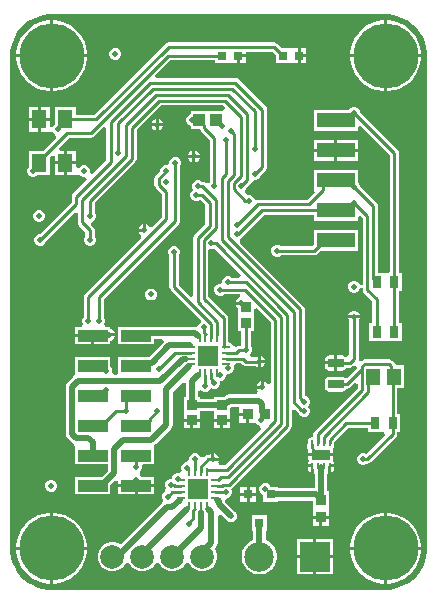
<source format=gbl>
G04*
G04 #@! TF.GenerationSoftware,Altium Limited,Altium Designer,24.9.1 (31)*
G04*
G04 Layer_Physical_Order=4*
G04 Layer_Color=16711680*
%FSLAX44Y44*%
%MOMM*%
G71*
G04*
G04 #@! TF.SameCoordinates,573C6FB0-CD79-483D-94B5-B6DABAD4C9EF*
G04*
G04*
G04 #@! TF.FilePolarity,Positive*
G04*
G01*
G75*
%ADD12C,0.5080*%
%ADD16C,0.2540*%
%ADD20R,3.1800X1.2700*%
%ADD21R,0.9121X0.9581*%
%ADD23R,0.9000X0.8500*%
%ADD27R,2.5000X1.0000*%
%ADD30R,0.9581X0.9121*%
%ADD32R,0.8000X0.8000*%
%ADD45C,0.5000*%
%ADD46R,2.5000X2.5000*%
%ADD47C,2.0000*%
%ADD48C,5.5000*%
%ADD49C,2.5000*%
%ADD58R,1.0000X1.0000*%
%ADD59O,0.7500X0.2500*%
%ADD60O,0.2500X0.7500*%
%ADD61R,1.8000X1.8000*%
%ADD62R,1.8000X1.8000*%
G04:AMPARAMS|DCode=63|XSize=1.3mm|YSize=0.76mm|CornerRadius=0.095mm|HoleSize=0mm|Usage=FLASHONLY|Rotation=0.000|XOffset=0mm|YOffset=0mm|HoleType=Round|Shape=RoundedRectangle|*
%AMROUNDEDRECTD63*
21,1,1.3000,0.5700,0,0,0.0*
21,1,1.1100,0.7600,0,0,0.0*
1,1,0.1900,0.5550,-0.2850*
1,1,0.1900,-0.5550,-0.2850*
1,1,0.1900,-0.5550,0.2850*
1,1,0.1900,0.5550,0.2850*
%
%ADD63ROUNDEDRECTD63*%
G04:AMPARAMS|DCode=64|XSize=0.9mm|YSize=1.6mm|CornerRadius=0.0495mm|HoleSize=0mm|Usage=FLASHONLY|Rotation=90.000|XOffset=0mm|YOffset=0mm|HoleType=Round|Shape=RoundedRectangle|*
%AMROUNDEDRECTD64*
21,1,0.9000,1.5010,0,0,90.0*
21,1,0.8010,1.6000,0,0,90.0*
1,1,0.0990,0.7505,0.4005*
1,1,0.0990,0.7505,-0.4005*
1,1,0.0990,-0.7505,-0.4005*
1,1,0.0990,-0.7505,0.4005*
%
%ADD64ROUNDEDRECTD64*%
G04:AMPARAMS|DCode=65|XSize=0.25mm|YSize=0.5mm|CornerRadius=0.05mm|HoleSize=0mm|Usage=FLASHONLY|Rotation=0.000|XOffset=0mm|YOffset=0mm|HoleType=Round|Shape=RoundedRectangle|*
%AMROUNDEDRECTD65*
21,1,0.2500,0.4000,0,0,0.0*
21,1,0.1500,0.5000,0,0,0.0*
1,1,0.1000,0.0750,-0.2000*
1,1,0.1000,-0.0750,-0.2000*
1,1,0.1000,-0.0750,0.2000*
1,1,0.1000,0.0750,0.2000*
%
%ADD65ROUNDEDRECTD65*%
%ADD66R,1.1557X1.3970*%
%ADD67R,0.7000X0.7000*%
%ADD68R,0.7500X1.0000*%
%ADD69R,1.2500X1.6000*%
%ADD70R,0.8000X1.0000*%
G36*
X495751Y608857D02*
X498010D01*
X502490Y608268D01*
X506854Y607098D01*
X511028Y605369D01*
X514941Y603110D01*
X518526Y600359D01*
X521720Y597164D01*
X524471Y593580D01*
X526730Y589667D01*
X528459Y585493D01*
X529628Y581129D01*
X530218Y576649D01*
Y574390D01*
X530300D01*
X530300Y156429D01*
X530300Y156429D01*
X530300D01*
X530274Y153900D01*
X529719Y149690D01*
X528550Y145326D01*
X526821Y141152D01*
X524562Y137239D01*
X521811Y133654D01*
X518616Y130459D01*
X515032Y127709D01*
X511119Y125450D01*
X506945Y123721D01*
X502580Y122551D01*
X498101Y121962D01*
X495842D01*
Y121920D01*
X210008D01*
X205529Y122510D01*
X201164Y123679D01*
X196990Y125408D01*
X193077Y127667D01*
X189493Y130418D01*
X186298Y133613D01*
X183547Y137197D01*
X181288Y141110D01*
X179559Y145284D01*
X178390Y149649D01*
X177800Y154128D01*
Y156387D01*
X177800Y574436D01*
X177830D01*
Y576695D01*
X178420Y581175D01*
X179589Y585539D01*
X181318Y589714D01*
X183578Y593626D01*
X186328Y597211D01*
X189523Y600406D01*
X193107Y603156D01*
X197020Y605415D01*
X201195Y607145D01*
X205559Y608314D01*
X209767Y608868D01*
X212298Y608890D01*
X212298Y608890D01*
X212298Y608890D01*
X495751Y608890D01*
Y608857D01*
D02*
G37*
%LPC*%
G36*
X423560Y580080D02*
Y575310D01*
X428330D01*
Y580080D01*
X423560D01*
D02*
G37*
G36*
X215068Y604065D02*
X213974D01*
Y575295D01*
X242744D01*
Y576390D01*
X242004Y581060D01*
X240543Y585557D01*
X238396Y589770D01*
X235617Y593595D01*
X232274Y596939D01*
X228448Y599718D01*
X224235Y601865D01*
X219738Y603326D01*
X215068Y604065D01*
D02*
G37*
G36*
X211434D02*
X210340D01*
X205670Y603326D01*
X201173Y601865D01*
X196960Y599718D01*
X193134Y596939D01*
X189791Y593595D01*
X187012Y589770D01*
X184865Y585557D01*
X183404Y581060D01*
X182664Y576390D01*
Y575295D01*
X211434D01*
Y604065D01*
D02*
G37*
G36*
X497826Y604029D02*
X496732D01*
Y575259D01*
X525502D01*
Y576353D01*
X524762Y581024D01*
X523301Y585521D01*
X521154Y589734D01*
X518375Y593559D01*
X515032Y596903D01*
X511206Y599682D01*
X506993Y601828D01*
X502496Y603289D01*
X497826Y604029D01*
D02*
G37*
G36*
X494192D02*
X493098D01*
X488428Y603289D01*
X483931Y601828D01*
X479717Y599682D01*
X475892Y596903D01*
X472549Y593559D01*
X469769Y589734D01*
X467623Y585521D01*
X466162Y581024D01*
X465422Y576353D01*
Y575259D01*
X494192D01*
Y604029D01*
D02*
G37*
G36*
X267703Y580350D02*
X265697D01*
X263845Y579583D01*
X262427Y578165D01*
X261660Y576312D01*
Y574308D01*
X262427Y572455D01*
X263845Y571037D01*
X265697Y570270D01*
X267703D01*
X269555Y571037D01*
X270973Y572455D01*
X271740Y574308D01*
Y576312D01*
X270973Y578165D01*
X269555Y579583D01*
X267703Y580350D01*
D02*
G37*
G36*
X428330Y572770D02*
X423560D01*
Y568000D01*
X428330D01*
Y572770D01*
D02*
G37*
G36*
X376880D02*
X372110D01*
Y568000D01*
X376880D01*
Y572770D01*
D02*
G37*
G36*
X400980Y585235D02*
X311712D01*
X310225Y584939D01*
X308965Y584097D01*
X248903Y524035D01*
X233150D01*
Y530690D01*
X215570D01*
Y516068D01*
X214167Y514665D01*
X213690Y513513D01*
X211150Y514018D01*
Y518880D01*
X203630D01*
Y509610D01*
X211150D01*
Y509610D01*
X213690Y510107D01*
X214167Y508955D01*
X215585Y507537D01*
X215816Y507442D01*
X216412Y504445D01*
X205656Y493690D01*
X193570D01*
Y480098D01*
X192577Y479105D01*
X191810Y477253D01*
Y475247D01*
X192577Y473395D01*
X193995Y471977D01*
X195847Y471210D01*
X197852D01*
X199705Y471977D01*
X200338Y472610D01*
X211150D01*
Y488196D01*
X213223Y490270D01*
X215570Y489298D01*
Y484420D01*
X223090D01*
Y493690D01*
X219962D01*
X218990Y496037D01*
X227409Y504455D01*
X245886D01*
X247372Y504751D01*
X248633Y505593D01*
X256659Y513619D01*
X259005Y512647D01*
Y485479D01*
X247144Y473618D01*
X244991Y475057D01*
X245070Y475247D01*
Y477253D01*
X244303Y479105D01*
X242885Y480523D01*
X241033Y481290D01*
X239028D01*
X237175Y480523D01*
X235757Y479105D01*
X235690Y478942D01*
X233150Y479448D01*
Y481880D01*
X225630D01*
Y472610D01*
X233150D01*
Y473052D01*
X235690Y473558D01*
X235757Y473395D01*
X237175Y471977D01*
X239028Y471210D01*
X241033D01*
X241223Y471289D01*
X242662Y469136D01*
X230933Y457407D01*
X230091Y456147D01*
X229795Y454660D01*
Y449919D01*
X202746Y422870D01*
X202197D01*
X200345Y422103D01*
X198927Y420685D01*
X198160Y418833D01*
Y416828D01*
X198927Y414975D01*
X200345Y413557D01*
X202197Y412790D01*
X204202D01*
X206055Y413557D01*
X207473Y414975D01*
X208240Y416828D01*
Y417376D01*
X232569Y441705D01*
X234915Y440733D01*
Y432785D01*
X235211Y431298D01*
X236053Y430038D01*
X241225Y424866D01*
Y421073D01*
X240837Y420685D01*
X240070Y418833D01*
Y416828D01*
X240837Y414975D01*
X242255Y413557D01*
X244107Y412790D01*
X246112D01*
X247965Y413557D01*
X249383Y414975D01*
X250150Y416828D01*
Y418833D01*
X249383Y420685D01*
X248995Y421073D01*
Y426475D01*
X248699Y427961D01*
X247857Y429221D01*
X246392Y430686D01*
X246364Y430929D01*
X247136Y433534D01*
X247965Y433877D01*
X249383Y435295D01*
X250150Y437147D01*
Y439152D01*
X249383Y441005D01*
X248995Y441393D01*
Y449643D01*
X283417Y484065D01*
X284259Y485326D01*
X284555Y486812D01*
Y511471D01*
X305139Y532055D01*
X357801D01*
X359355Y530501D01*
X359355Y529485D01*
X356842Y526970D01*
X330280D01*
Y524392D01*
X328615Y523703D01*
X327197Y522285D01*
X326430Y520433D01*
Y518428D01*
X327197Y516575D01*
X328615Y515157D01*
X330280Y514468D01*
Y511890D01*
X337918D01*
X337961Y511673D01*
X338803Y510413D01*
X346635Y502581D01*
Y466793D01*
X346247Y466405D01*
X343352Y466052D01*
X343124Y466280D01*
X341863Y467122D01*
X340377Y467418D01*
X339810D01*
X339405Y467823D01*
X337552Y468590D01*
X335547D01*
X333695Y467823D01*
X332277Y466405D01*
X331510Y464552D01*
Y462547D01*
X332425Y460203D01*
X331007Y458785D01*
X330240Y456932D01*
Y454927D01*
X331007Y453075D01*
X332425Y451657D01*
X334277Y450890D01*
X336283D01*
X338135Y451657D01*
X338523Y452045D01*
X338751D01*
X342825Y447971D01*
Y431737D01*
X333763Y422675D01*
X332921Y421414D01*
X332625Y419928D01*
Y370911D01*
X330279Y369939D01*
X320115Y380103D01*
Y404427D01*
X320503Y404815D01*
X321270Y406668D01*
Y408672D01*
X320503Y410525D01*
X319085Y411943D01*
X317232Y412710D01*
X315228D01*
X313375Y411943D01*
X311957Y410525D01*
X311190Y408672D01*
Y406668D01*
X311957Y404815D01*
X312345Y404427D01*
Y378494D01*
X312641Y377007D01*
X313483Y375747D01*
X339109Y350121D01*
X338775Y348443D01*
X337357Y347025D01*
X336964Y346075D01*
X336561Y345162D01*
X334050Y344262D01*
X334010Y344269D01*
X299370D01*
Y344531D01*
X269290D01*
Y329451D01*
X299370D01*
Y333910D01*
X306483D01*
X307535Y331371D01*
X295396Y319231D01*
X286790D01*
X286290Y319131D01*
X269290D01*
Y304051D01*
X266925Y303629D01*
X265748D01*
X264050Y306169D01*
X264120Y306338D01*
Y308342D01*
X263353Y310195D01*
X262370Y311178D01*
Y319131D01*
X232290D01*
Y304051D01*
X231124Y301994D01*
X226087Y296958D01*
X224965Y295278D01*
X224571Y293295D01*
Y253687D01*
X224965Y251705D01*
X226087Y250025D01*
X229581Y246531D01*
X231261Y245408D01*
X231854Y245291D01*
X232290Y242931D01*
X232290D01*
Y227851D01*
X260250D01*
Y222737D01*
X255045Y217531D01*
X232290D01*
Y202451D01*
X262370D01*
Y210206D01*
X266750Y214586D01*
X269290Y213534D01*
Y211261D01*
X284330D01*
X299370D01*
Y217531D01*
X288706D01*
X287335Y218903D01*
X287172Y218970D01*
Y221720D01*
X287335Y221787D01*
X288753Y223205D01*
X289520Y225058D01*
Y227062D01*
X290047Y227851D01*
X299370D01*
Y242931D01*
X300454Y245022D01*
X300805Y245257D01*
X313542Y257995D01*
X314665Y259675D01*
X315060Y261657D01*
Y289335D01*
X323750Y298025D01*
X326291Y296973D01*
Y285070D01*
X324430D01*
Y271490D01*
Y266550D01*
X338510D01*
Y273100D01*
X349830D01*
Y266550D01*
X363910D01*
Y271490D01*
Y275741D01*
X364788Y276327D01*
X365221Y276761D01*
X371479D01*
Y271780D01*
X378810D01*
Y270510D01*
X380080D01*
Y263409D01*
X385272D01*
X385617Y262575D01*
X387035Y261157D01*
X388887Y260390D01*
X389936Y257850D01*
X359490Y227405D01*
X354964D01*
X354295Y228403D01*
X353684Y229945D01*
X354179Y231140D01*
X349250D01*
Y232410D01*
X347980D01*
Y237339D01*
X346395Y236683D01*
X346007Y236295D01*
X345440D01*
X343953Y235999D01*
X342693Y235157D01*
X341397Y233860D01*
X338554Y234610D01*
X338283Y235265D01*
X336865Y236683D01*
X335013Y237450D01*
X333008D01*
X331155Y236683D01*
X329737Y235265D01*
X328970Y233412D01*
Y232177D01*
X328858Y231323D01*
X326874Y229830D01*
X326657D01*
X324805Y229063D01*
X323387Y227645D01*
X322620Y225793D01*
Y223787D01*
X322996Y222880D01*
X321079Y220925D01*
X321043Y220940D01*
X319037D01*
X317185Y220173D01*
X315767Y218755D01*
X315000Y216903D01*
Y216066D01*
X314692Y215860D01*
X312687D01*
X310835Y215093D01*
X309417Y213675D01*
X308650Y211822D01*
Y209818D01*
X309417Y207965D01*
X308693Y205097D01*
X308295Y204933D01*
X306877Y203515D01*
X306110Y201663D01*
Y199657D01*
X306877Y197805D01*
X306620Y196733D01*
X305983Y195107D01*
X271169Y160294D01*
X269000Y161545D01*
X265811Y162400D01*
X262509D01*
X259320Y161545D01*
X256460Y159895D01*
X254125Y157560D01*
X252475Y154700D01*
X251620Y151511D01*
Y148209D01*
X252475Y145020D01*
X254125Y142160D01*
X256460Y139825D01*
X259320Y138175D01*
X262509Y137320D01*
X265811D01*
X269000Y138175D01*
X271860Y139825D01*
X274195Y142160D01*
X275447Y144329D01*
X276200Y144543D01*
X277520D01*
X278273Y144329D01*
X279526Y142160D01*
X281860Y139825D01*
X284720Y138175D01*
X287909Y137320D01*
X291211D01*
X294400Y138175D01*
X297260Y139825D01*
X299594Y142160D01*
X300847Y144329D01*
X301600Y144543D01*
X302920D01*
X303673Y144329D01*
X304925Y142160D01*
X307260Y139825D01*
X310120Y138175D01*
X313309Y137320D01*
X316611D01*
X319800Y138175D01*
X322660Y139825D01*
X324995Y142160D01*
X326247Y144329D01*
X327000Y144543D01*
X328320D01*
X329073Y144329D01*
X330326Y142160D01*
X332660Y139825D01*
X335520Y138175D01*
X338709Y137320D01*
X342011D01*
X345200Y138175D01*
X348060Y139825D01*
X350395Y142160D01*
X352045Y145020D01*
X352900Y148209D01*
Y151511D01*
X352045Y154700D01*
X350651Y157116D01*
X351642Y158108D01*
X352765Y159788D01*
X353159Y161770D01*
Y184563D01*
X355700Y185616D01*
X360827Y180487D01*
X361422Y180090D01*
X361635Y179877D01*
X361913Y179762D01*
X362508Y179365D01*
X363209Y179225D01*
X363488Y179110D01*
X363789D01*
X364490Y178971D01*
X365191Y179110D01*
X365493D01*
X365771Y179225D01*
X366472Y179365D01*
X367067Y179762D01*
X367345Y179877D01*
X367558Y180090D01*
X368153Y180487D01*
X368550Y181082D01*
X368763Y181295D01*
X368878Y181573D01*
X369275Y182168D01*
X369415Y182869D01*
X369530Y183148D01*
Y183449D01*
X369669Y184150D01*
X369530Y184851D01*
Y185152D01*
X369415Y185431D01*
X369275Y186132D01*
X368878Y186727D01*
X368763Y187005D01*
X368550Y187218D01*
X368153Y187812D01*
X359510Y196455D01*
Y196850D01*
X359510Y196850D01*
X359486Y196969D01*
X361538Y199430D01*
X361683D01*
X363535Y200197D01*
X364953Y201615D01*
X365720Y203468D01*
Y205473D01*
X364953Y207325D01*
X364991Y207710D01*
X365475Y208033D01*
X414857Y257416D01*
X415700Y258676D01*
X415995Y260163D01*
Y273659D01*
X418342Y274631D01*
X421359Y271613D01*
X422051Y271151D01*
X422447Y270195D01*
X423865Y268777D01*
X425718Y268010D01*
X427723D01*
X429575Y268777D01*
X430993Y270195D01*
X431760Y272048D01*
Y274053D01*
X430993Y275905D01*
X430038Y276860D01*
X430993Y277815D01*
X431760Y279667D01*
Y281672D01*
X430993Y283525D01*
X429575Y284943D01*
X427723Y285710D01*
X427174D01*
X426795Y286089D01*
Y359410D01*
X426499Y360897D01*
X425657Y362157D01*
X372072Y415742D01*
X372425Y418637D01*
X373843Y420055D01*
X374527Y421708D01*
X392165Y439345D01*
X434970D01*
Y434340D01*
X471850D01*
Y437548D01*
X474197Y438520D01*
X476105Y436611D01*
Y379715D01*
X473670Y379463D01*
X473507Y379857D01*
X472903Y381315D01*
X471485Y382733D01*
X469632Y383500D01*
X467627D01*
X465775Y382733D01*
X464357Y381315D01*
X463590Y379463D01*
Y377458D01*
X464357Y375605D01*
X465775Y374187D01*
X467627Y373420D01*
X469632D01*
X471485Y374187D01*
X472903Y375605D01*
X473507Y377063D01*
X473670Y377457D01*
X476105Y377205D01*
Y375692D01*
X476401Y374205D01*
X477243Y372945D01*
X483915Y366273D01*
Y347900D01*
X481260D01*
Y332820D01*
X493720D01*
X494340Y332820D01*
X496260D01*
X496880Y332820D01*
X509340D01*
Y347900D01*
X506685D01*
Y374730D01*
X509340D01*
Y389810D01*
X506685D01*
Y491610D01*
X506389Y493097D01*
X505547Y494357D01*
X473670Y526234D01*
Y526782D01*
X472903Y528635D01*
X471485Y530053D01*
X469632Y530820D01*
X467627D01*
X465775Y530053D01*
X464357Y528635D01*
X464227Y528320D01*
X434970D01*
Y510540D01*
X471850D01*
Y513748D01*
X474197Y514720D01*
X498915Y490001D01*
Y391028D01*
X496375Y389810D01*
X494340D01*
X493720Y389810D01*
X489025D01*
Y446430D01*
X488729Y447917D01*
X487887Y449177D01*
X474000Y463064D01*
Y463613D01*
X473233Y465465D01*
X471850Y466848D01*
Y477520D01*
X434970D01*
Y459740D01*
X434970D01*
X435503Y458454D01*
X429243Y452195D01*
X387350D01*
X387182Y452161D01*
X385778Y451982D01*
X384003Y453705D01*
X382585Y455123D01*
X380732Y455890D01*
X378730D01*
X378724Y455893D01*
X376641Y457585D01*
X376746Y459789D01*
X377653Y460695D01*
X378420Y462547D01*
Y463096D01*
X381207Y465883D01*
X382049Y467143D01*
X383807Y468670D01*
X385812D01*
X387665Y469437D01*
X389083Y470855D01*
X389850Y472707D01*
Y473256D01*
X393867Y477273D01*
X394709Y478533D01*
X395005Y480020D01*
Y528360D01*
X394709Y529847D01*
X393867Y531107D01*
X371047Y553927D01*
X369787Y554769D01*
X368300Y555065D01*
X301423D01*
X300451Y557411D01*
X313195Y570155D01*
X350800D01*
Y568000D01*
X362880D01*
Y568000D01*
X364800D01*
Y568000D01*
X369570D01*
Y574040D01*
X370840D01*
Y575310D01*
X376880D01*
Y577465D01*
X399371D01*
X402250Y574586D01*
Y568000D01*
X413710D01*
X414330Y568000D01*
X416250D01*
X416870Y568000D01*
X421020D01*
Y574040D01*
Y580080D01*
X416870D01*
X416250Y580080D01*
X414330D01*
X413710Y580080D01*
X407744D01*
X403727Y584097D01*
X402467Y584939D01*
X400980Y585235D01*
D02*
G37*
G36*
X242744Y572755D02*
X213974D01*
Y543985D01*
X215068D01*
X219738Y544725D01*
X224235Y546186D01*
X228448Y548333D01*
X232274Y551112D01*
X235617Y554456D01*
X238396Y558281D01*
X240543Y562494D01*
X242004Y566991D01*
X242744Y571661D01*
Y572755D01*
D02*
G37*
G36*
X211434D02*
X182664D01*
Y571661D01*
X183404Y566991D01*
X184865Y562494D01*
X187012Y558281D01*
X189791Y554456D01*
X193134Y551112D01*
X196960Y548333D01*
X201173Y546186D01*
X205670Y544725D01*
X210340Y543985D01*
X211434D01*
Y572755D01*
D02*
G37*
G36*
X525502Y572719D02*
X496732D01*
Y543949D01*
X497826D01*
X502496Y544689D01*
X506993Y546150D01*
X511206Y548297D01*
X515032Y551076D01*
X518375Y554420D01*
X521154Y558245D01*
X523301Y562458D01*
X524762Y566955D01*
X525502Y571625D01*
Y572719D01*
D02*
G37*
G36*
X494192D02*
X465422D01*
Y571625D01*
X466162Y566955D01*
X467623Y562458D01*
X469769Y558245D01*
X472549Y554420D01*
X475892Y551076D01*
X479717Y548297D01*
X483931Y546150D01*
X488428Y544689D01*
X493098Y543949D01*
X494192D01*
Y572719D01*
D02*
G37*
G36*
X211150Y530690D02*
X203630D01*
Y521420D01*
X211150D01*
Y530690D01*
D02*
G37*
G36*
X201090D02*
X193570D01*
Y521420D01*
X201090D01*
Y530690D01*
D02*
G37*
G36*
X303530Y520549D02*
Y516890D01*
X307189D01*
X306533Y518475D01*
X305115Y519893D01*
X303530Y520549D01*
D02*
G37*
G36*
X300990D02*
X299405Y519893D01*
X297987Y518475D01*
X297331Y516890D01*
X300990D01*
Y520549D01*
D02*
G37*
G36*
X307189Y514350D02*
X303530D01*
Y510691D01*
X305115Y511347D01*
X306533Y512765D01*
X307189Y514350D01*
D02*
G37*
G36*
X300990D02*
X297331D01*
X297987Y512765D01*
X299405Y511347D01*
X300990Y510691D01*
Y514350D01*
D02*
G37*
G36*
X201090Y518880D02*
X193570D01*
Y509610D01*
X201090D01*
Y518880D01*
D02*
G37*
G36*
X471850Y502920D02*
X454680D01*
Y495300D01*
X471850D01*
Y502920D01*
D02*
G37*
G36*
X452140D02*
X434970D01*
Y495300D01*
X452140D01*
Y502920D01*
D02*
G37*
G36*
X334334Y493591D02*
Y489932D01*
X337993D01*
X337337Y491517D01*
X335919Y492935D01*
X334334Y493591D01*
D02*
G37*
G36*
X331794D02*
X330209Y492935D01*
X328791Y491517D01*
X328135Y489932D01*
X331794D01*
Y493591D01*
D02*
G37*
G36*
X471850Y492760D02*
X454680D01*
Y485140D01*
X471850D01*
Y492760D01*
D02*
G37*
G36*
X452140D02*
X434970D01*
Y485140D01*
X452140D01*
Y492760D01*
D02*
G37*
G36*
X233150Y493690D02*
X225630D01*
Y484420D01*
X233150D01*
Y493690D01*
D02*
G37*
G36*
X337993Y487392D02*
X334334D01*
Y483733D01*
X335919Y484389D01*
X337337Y485807D01*
X337993Y487392D01*
D02*
G37*
G36*
X331794D02*
X328135D01*
X328791Y485807D01*
X330209Y484389D01*
X331794Y483733D01*
Y487392D01*
D02*
G37*
G36*
X223090Y481880D02*
X215570D01*
Y472610D01*
X223090D01*
Y481880D01*
D02*
G37*
G36*
X202932Y443190D02*
X200928D01*
X199075Y442423D01*
X197657Y441005D01*
X196890Y439152D01*
Y437147D01*
X197657Y435295D01*
X199075Y433877D01*
X200928Y433110D01*
X202932D01*
X204785Y433877D01*
X206203Y435295D01*
X206970Y437147D01*
Y439152D01*
X206203Y441005D01*
X204785Y442423D01*
X202932Y443190D01*
D02*
G37*
G36*
X318503Y488100D02*
X316497D01*
X314645Y487332D01*
X313227Y485914D01*
X312460Y484062D01*
Y483386D01*
X311133Y481623D01*
X310113Y481290D01*
X308878D01*
X307025Y480523D01*
X305607Y479105D01*
X304840Y477253D01*
Y476737D01*
X300823Y472720D01*
X299981Y471460D01*
X299685Y469974D01*
Y464746D01*
X299981Y463260D01*
X300823Y462000D01*
X305995Y456827D01*
Y437219D01*
X297479Y428703D01*
X295452Y429106D01*
X294034Y430524D01*
X292449Y431181D01*
Y426251D01*
X291179D01*
Y424981D01*
X286250D01*
X286906Y423396D01*
X288324Y421979D01*
X288727Y419951D01*
X241093Y372317D01*
X240251Y371057D01*
X239955Y369570D01*
Y352493D01*
X239567Y352105D01*
X238800Y350252D01*
Y348247D01*
X239287Y347071D01*
X238385Y345120D01*
X237839Y344531D01*
X232290D01*
Y338261D01*
X247330D01*
Y336991D01*
X248600D01*
Y329451D01*
X262370D01*
Y332780D01*
X262623D01*
X264475Y333547D01*
X265893Y334965D01*
X266549Y336550D01*
X261620D01*
Y339090D01*
X266549D01*
X265893Y340675D01*
X264475Y342093D01*
X262623Y342860D01*
X262370D01*
Y344531D01*
X258731D01*
X258180Y345137D01*
X257293Y347071D01*
X257787Y348264D01*
Y350269D01*
X257020Y352122D01*
X256632Y352510D01*
Y367978D01*
X320247Y431593D01*
X321089Y432853D01*
X321385Y434340D01*
Y479817D01*
X321773Y480205D01*
X322540Y482057D01*
Y484062D01*
X321773Y485914D01*
X320355Y487332D01*
X318503Y488100D01*
D02*
G37*
G36*
X289909Y431181D02*
X288324Y430524D01*
X286906Y429106D01*
X286250Y427522D01*
X289909D01*
Y431181D01*
D02*
G37*
G36*
X471850Y426720D02*
X434970D01*
Y414434D01*
X433361Y412825D01*
X407103D01*
X406715Y413213D01*
X404863Y413980D01*
X402858D01*
X401005Y413213D01*
X399587Y411795D01*
X398820Y409943D01*
Y407938D01*
X399587Y406085D01*
X401005Y404667D01*
X402858Y403900D01*
X404863D01*
X406715Y404667D01*
X407103Y405055D01*
X434970D01*
X436457Y405351D01*
X437717Y406193D01*
X440464Y408940D01*
X471850D01*
Y426720D01*
D02*
G37*
G36*
X297772Y376861D02*
X295767D01*
X293914Y376093D01*
X292496Y374676D01*
X291729Y372823D01*
Y370818D01*
X292496Y368966D01*
X293914Y367548D01*
X295767Y366781D01*
X297772D01*
X299624Y367548D01*
X301042Y368966D01*
X301809Y370818D01*
Y372823D01*
X301042Y374676D01*
X299624Y376093D01*
X297772Y376861D01*
D02*
G37*
G36*
X468630Y358215D02*
X468054Y358100D01*
X467627D01*
X467234Y357937D01*
X467143Y357919D01*
X467067Y357868D01*
X465775Y357333D01*
X464357Y355915D01*
X463701Y354330D01*
X473559D01*
X472903Y355915D01*
X471485Y357333D01*
X470193Y357868D01*
X470117Y357919D01*
X470026Y357937D01*
X469632Y358100D01*
X469206D01*
X468630Y358215D01*
D02*
G37*
G36*
X246060Y335721D02*
X232290D01*
Y329451D01*
X246060D01*
Y335721D01*
D02*
G37*
G36*
X473559Y351790D02*
X463701D01*
X464357Y350205D01*
X464745Y349817D01*
Y321335D01*
X462214Y319087D01*
X461456Y319176D01*
X460302Y319947D01*
X458940Y320218D01*
X454660D01*
Y313810D01*
Y307402D01*
X458940D01*
X460302Y307673D01*
X461456Y308444D01*
X462228Y309598D01*
X462293Y309925D01*
X464940D01*
X466427Y310221D01*
X467687Y311063D01*
X468335Y311711D01*
X470927Y310711D01*
X470987Y309475D01*
X462668Y301157D01*
X461456Y301276D01*
X460302Y302048D01*
X458940Y302318D01*
X447840D01*
X446478Y302048D01*
X445324Y301276D01*
X444552Y300122D01*
X444282Y298760D01*
Y293060D01*
X444552Y291698D01*
X445324Y290544D01*
X446478Y289772D01*
X447840Y289502D01*
X458940D01*
X460302Y289772D01*
X461456Y290544D01*
X462228Y291698D01*
X462293Y292025D01*
X462915D01*
X464402Y292321D01*
X465662Y293163D01*
X469384Y296885D01*
X471730Y295913D01*
Y292638D01*
X435383Y256291D01*
X434541Y255031D01*
X434245Y253544D01*
Y251070D01*
X433940Y250820D01*
X432440D01*
X431254Y250584D01*
X430248Y249912D01*
X429576Y248906D01*
X429340Y247720D01*
Y245890D01*
X429185Y245110D01*
Y241995D01*
X429481Y240508D01*
X430075Y239619D01*
Y239450D01*
X430091Y239373D01*
Y237490D01*
X440690D01*
X451289D01*
Y240225D01*
X451054Y241409D01*
X451023Y241456D01*
X451132Y241528D01*
X451804Y242534D01*
X452039Y243720D01*
Y245543D01*
X452075Y245720D01*
Y247191D01*
X463889Y259005D01*
X480240D01*
Y255350D01*
X492820D01*
Y255350D01*
X493914D01*
X494966Y252810D01*
X478917Y236761D01*
X477253Y237450D01*
X475247D01*
X473395Y236683D01*
X471977Y235265D01*
X471210Y233412D01*
Y231408D01*
X471977Y229555D01*
X473395Y228137D01*
X475247Y227370D01*
X477253D01*
X479105Y228137D01*
X479510Y228542D01*
X480077D01*
X481563Y228838D01*
X482824Y229680D01*
X504277Y251133D01*
X505119Y252393D01*
X505415Y253880D01*
Y255350D01*
X507820D01*
Y270430D01*
X505415D01*
Y292735D01*
X511175D01*
Y311785D01*
X504073D01*
X503969Y312310D01*
X503127Y313570D01*
X500895Y315802D01*
X499635Y316644D01*
X498148Y316940D01*
X477847D01*
X476360Y316644D01*
X475100Y315802D01*
X474497Y315199D01*
X472343Y316637D01*
X472515Y317500D01*
Y349817D01*
X472903Y350205D01*
X473559Y351790D01*
D02*
G37*
G36*
X452120Y320218D02*
X447840D01*
X446478Y319947D01*
X445324Y319176D01*
X444552Y318022D01*
X444282Y316660D01*
Y315080D01*
X452120D01*
Y320218D01*
D02*
G37*
G36*
Y312540D02*
X444282D01*
Y310960D01*
X444552Y309598D01*
X445324Y308444D01*
X446478Y307673D01*
X447840Y307402D01*
X452120D01*
Y312540D01*
D02*
G37*
G36*
X377540Y269240D02*
X371479D01*
Y263409D01*
X377540D01*
Y269240D01*
D02*
G37*
G36*
X363910Y264010D02*
X358140D01*
Y258490D01*
X363910D01*
Y264010D01*
D02*
G37*
G36*
X355600D02*
X349830D01*
Y258490D01*
X355600D01*
Y264010D01*
D02*
G37*
G36*
X338510D02*
X332740D01*
Y258490D01*
X338510D01*
Y264010D01*
D02*
G37*
G36*
X330200D02*
X324430D01*
Y258490D01*
X330200D01*
Y264010D01*
D02*
G37*
G36*
X350520Y237339D02*
Y233680D01*
X354179D01*
X353523Y235265D01*
X352105Y236683D01*
X350520Y237339D01*
D02*
G37*
G36*
X452039Y225450D02*
X449460D01*
Y221724D01*
X450126Y221856D01*
X451132Y222528D01*
X451804Y223534D01*
X452039Y224720D01*
Y225450D01*
D02*
G37*
G36*
X431920D02*
X429340D01*
Y224720D01*
X429576Y223534D01*
X430248Y222528D01*
X431254Y221856D01*
X431920Y221724D01*
Y225450D01*
D02*
G37*
G36*
X451289Y234950D02*
X440690D01*
X430091D01*
Y232215D01*
X430326Y231031D01*
X430357Y230984D01*
X430248Y230912D01*
X429576Y229906D01*
X429340Y228720D01*
Y227990D01*
X433190D01*
Y226720D01*
X434340D01*
Y224720D01*
X434460Y224116D01*
Y220866D01*
X435510Y219343D01*
Y207680D01*
X404660D01*
Y209040D01*
X398314D01*
X397973Y209865D01*
X396555Y211283D01*
X394702Y212050D01*
X392697D01*
X390845Y211283D01*
X389427Y209865D01*
X388660Y208013D01*
Y206007D01*
X389427Y204155D01*
X390845Y202737D01*
X391580Y202433D01*
Y195960D01*
X404660D01*
Y197320D01*
X433589D01*
Y190439D01*
Y184500D01*
X440690D01*
X447791D01*
Y190439D01*
Y205101D01*
X445869D01*
Y219343D01*
X446920Y220866D01*
Y224116D01*
X447040Y224720D01*
Y226720D01*
X448190D01*
Y227990D01*
X452039D01*
Y228720D01*
X451804Y229906D01*
X451132Y230912D01*
X451023Y230984D01*
X451054Y231031D01*
X451289Y232215D01*
Y234950D01*
D02*
G37*
G36*
X213313Y214811D02*
X211308D01*
X209456Y214043D01*
X208038Y212626D01*
X207271Y210773D01*
Y208768D01*
X208038Y206916D01*
X209456Y205498D01*
X211308Y204731D01*
X213313D01*
X215166Y205498D01*
X216583Y206916D01*
X217351Y208768D01*
Y210773D01*
X216583Y212626D01*
X215166Y214043D01*
X213313Y214811D01*
D02*
G37*
G36*
X385660Y209040D02*
X380390D01*
Y203770D01*
X385660D01*
Y209040D01*
D02*
G37*
G36*
X377850D02*
X372580D01*
Y203770D01*
X377850D01*
Y209040D01*
D02*
G37*
G36*
X299370Y208721D02*
X285600D01*
Y202451D01*
X299370D01*
Y208721D01*
D02*
G37*
G36*
X283060D02*
X269290D01*
Y202451D01*
X283060D01*
Y208721D01*
D02*
G37*
G36*
X385660Y201230D02*
X380390D01*
Y195960D01*
X385660D01*
Y201230D01*
D02*
G37*
G36*
X377850D02*
X372580D01*
Y195960D01*
X377850D01*
Y201230D01*
D02*
G37*
G36*
X447791Y181960D02*
X441960D01*
Y175899D01*
X447791D01*
Y181960D01*
D02*
G37*
G36*
X439420D02*
X433589D01*
Y175899D01*
X439420D01*
Y181960D01*
D02*
G37*
G36*
X215040Y186886D02*
X213946D01*
Y158116D01*
X242716D01*
Y159210D01*
X241976Y163880D01*
X240515Y168377D01*
X238369Y172590D01*
X235589Y176415D01*
X232246Y179759D01*
X228421Y182538D01*
X224207Y184685D01*
X219711Y186146D01*
X215040Y186886D01*
D02*
G37*
G36*
X211406D02*
X210312D01*
X205642Y186146D01*
X201145Y184685D01*
X196932Y182538D01*
X193106Y179759D01*
X189763Y176415D01*
X186984Y172590D01*
X184837Y168377D01*
X183376Y163880D01*
X182636Y159210D01*
Y158116D01*
X211406D01*
Y186886D01*
D02*
G37*
G36*
X497781Y186867D02*
X496687D01*
Y158097D01*
X525457D01*
Y159191D01*
X524717Y163861D01*
X523256Y168358D01*
X521109Y172571D01*
X518330Y176397D01*
X514986Y179740D01*
X511161Y182519D01*
X506948Y184666D01*
X502451Y186127D01*
X497781Y186867D01*
D02*
G37*
G36*
X494147D02*
X493052D01*
X488382Y186127D01*
X483885Y184666D01*
X479672Y182519D01*
X475847Y179740D01*
X472503Y176397D01*
X469724Y172571D01*
X467578Y168358D01*
X466116Y163861D01*
X465377Y159191D01*
Y158097D01*
X494147D01*
Y186867D01*
D02*
G37*
G36*
X450650Y164900D02*
X436880D01*
Y151130D01*
X450650D01*
Y164900D01*
D02*
G37*
G36*
X434340D02*
X420570D01*
Y151130D01*
X434340D01*
Y164900D01*
D02*
G37*
G36*
X450650Y148590D02*
X436880D01*
Y134820D01*
X450650D01*
Y148590D01*
D02*
G37*
G36*
X434340D02*
X420570D01*
Y134820D01*
X434340D01*
Y148590D01*
D02*
G37*
G36*
X395160Y185040D02*
X382080D01*
Y171960D01*
X383441D01*
Y163994D01*
X381496Y163188D01*
X379033Y161542D01*
X376938Y159447D01*
X375292Y156984D01*
X374158Y154247D01*
X373580Y151341D01*
Y148379D01*
X374158Y145473D01*
X375292Y142736D01*
X376938Y140273D01*
X379033Y138178D01*
X381496Y136532D01*
X384233Y135398D01*
X387139Y134820D01*
X390101D01*
X393007Y135398D01*
X395744Y136532D01*
X398207Y138178D01*
X400302Y140273D01*
X401948Y142736D01*
X403082Y145473D01*
X403660Y148379D01*
Y151341D01*
X403082Y154247D01*
X401948Y156984D01*
X400302Y159447D01*
X398207Y161542D01*
X395744Y163188D01*
X393800Y163994D01*
Y171960D01*
X395160D01*
Y185040D01*
D02*
G37*
G36*
X242716Y155576D02*
X213946D01*
Y126806D01*
X215040D01*
X219711Y127545D01*
X224207Y129007D01*
X228421Y131153D01*
X232246Y133933D01*
X235589Y137276D01*
X238369Y141101D01*
X240515Y145314D01*
X241976Y149811D01*
X242716Y154481D01*
Y155576D01*
D02*
G37*
G36*
X211406D02*
X182636D01*
Y154481D01*
X183376Y149811D01*
X184837Y145314D01*
X186984Y141101D01*
X189763Y137276D01*
X193106Y133933D01*
X196932Y131153D01*
X201145Y129007D01*
X205642Y127545D01*
X210312Y126806D01*
X211406D01*
Y155576D01*
D02*
G37*
G36*
X525457Y155557D02*
X496687D01*
Y126787D01*
X497781D01*
X502451Y127527D01*
X506948Y128988D01*
X511161Y131134D01*
X514986Y133914D01*
X518330Y137257D01*
X521109Y141082D01*
X523256Y145295D01*
X524717Y149792D01*
X525457Y154463D01*
Y155557D01*
D02*
G37*
G36*
X494147D02*
X465377D01*
Y154463D01*
X466116Y149792D01*
X467578Y145295D01*
X469724Y141082D01*
X472503Y137257D01*
X475847Y133914D01*
X479672Y131134D01*
X483885Y128988D01*
X488382Y127527D01*
X493052Y126787D01*
X494147D01*
Y155557D01*
D02*
G37*
%LPD*%
G36*
X372682Y388501D02*
X371710Y386155D01*
X365193D01*
X364805Y386543D01*
X362952Y387310D01*
X360947D01*
X359095Y386543D01*
X357677Y385125D01*
X356910Y383273D01*
X356639Y381231D01*
X354598Y380960D01*
X352745Y380193D01*
X351327Y378775D01*
X350560Y376922D01*
Y374917D01*
X351327Y373065D01*
X352745Y371647D01*
X354598Y370880D01*
X356603D01*
X358455Y371647D01*
X358843Y372035D01*
X372294D01*
X372378Y369530D01*
X370525Y368763D01*
X369107Y367345D01*
X368451Y365760D01*
X373380D01*
Y363220D01*
X368451D01*
X369107Y361635D01*
X370150Y360592D01*
Y354190D01*
Y341190D01*
X373305D01*
Y328534D01*
X370974D01*
X369487Y328238D01*
X368736Y327736D01*
X366929Y328241D01*
X366051Y328813D01*
X366010Y329019D01*
X365172Y330272D01*
X363919Y331110D01*
X362440Y331404D01*
X362135D01*
Y351680D01*
X361839Y353167D01*
X360997Y354427D01*
X345475Y369949D01*
Y409246D01*
X346978Y410250D01*
X348983D01*
X350362Y410821D01*
X372682Y388501D01*
D02*
G37*
G36*
X398066Y348749D02*
Y296505D01*
X395526Y296000D01*
X395433Y296225D01*
X394015Y297643D01*
X392430Y298299D01*
Y293370D01*
X391160D01*
Y292100D01*
X386231D01*
X386887Y290515D01*
X387743Y289660D01*
X386948Y287120D01*
X363076D01*
X361094Y286725D01*
X359413Y285602D01*
X358980Y285170D01*
X358580D01*
X358080Y285070D01*
X349830D01*
Y283459D01*
X338510D01*
Y285070D01*
X336650D01*
Y290428D01*
X339189Y291223D01*
X340045Y290367D01*
X341898Y289600D01*
X343903D01*
X345755Y290367D01*
X347173Y291785D01*
X347635Y292901D01*
X347665Y292907D01*
X349518Y292140D01*
X351522D01*
X353375Y292907D01*
X354793Y294325D01*
X355560Y296178D01*
Y298183D01*
X355765Y298490D01*
X356603D01*
X358455Y299257D01*
X359873Y300675D01*
X360640Y302528D01*
X360911Y304569D01*
X362952Y304840D01*
X364805Y305607D01*
X366223Y307025D01*
X366990Y308878D01*
Y310882D01*
X366910Y311075D01*
X368546Y313615D01*
X373343D01*
X374745Y312213D01*
X376006Y311371D01*
X377492Y311075D01*
X385377D01*
X385765Y310687D01*
X387350Y310031D01*
Y314960D01*
Y319889D01*
X385765Y319233D01*
X385377Y318845D01*
X381361D01*
X381326Y318897D01*
X380582Y321385D01*
X381463Y322265D01*
X382230Y324118D01*
Y326123D01*
X381463Y327975D01*
X381075Y328363D01*
Y341190D01*
X384230D01*
Y354190D01*
Y359266D01*
X386577Y360238D01*
X398066Y348749D01*
D02*
G37*
%LPC*%
G36*
X389890Y319889D02*
Y316230D01*
X393549D01*
X392893Y317815D01*
X391475Y319233D01*
X389890Y319889D01*
D02*
G37*
G36*
X393549Y313690D02*
X389890D01*
Y310031D01*
X391475Y310687D01*
X392893Y312105D01*
X393549Y313690D01*
D02*
G37*
G36*
X389890Y298299D02*
X388305Y297643D01*
X386887Y296225D01*
X386231Y294640D01*
X389890D01*
Y298299D01*
D02*
G37*
%LPD*%
D12*
X304800Y298450D02*
X323850Y317500D01*
X326390D01*
X234905Y298450D02*
X304800D01*
X243836Y250194D02*
X247330Y246700D01*
X229750Y253687D02*
X233244Y250194D01*
X247330Y235391D02*
Y246700D01*
X233244Y250194D02*
X243836D01*
X229750Y253687D02*
Y293295D01*
X234905Y298450D01*
X284330Y311591D02*
X286790Y314051D01*
X297541D01*
X312420Y328930D02*
X329628D01*
X297541Y314051D02*
X312420Y328930D01*
X309880Y261657D02*
Y291480D01*
X297143Y248920D02*
X309880Y261657D01*
Y291480D02*
X329240Y310840D01*
X363076Y281940D02*
X388123D01*
X391099Y278964D01*
Y272531D02*
Y278964D01*
X361126Y279990D02*
X363076Y281940D01*
X358580Y279990D02*
X361126D01*
X356870Y278280D02*
X358580Y279990D01*
X393120Y270510D02*
X393350D01*
X391099Y272531D02*
X393120Y270510D01*
X331470Y298450D02*
X336550Y303530D01*
X331470Y278280D02*
Y298450D01*
Y278280D02*
X356870D01*
X273174Y248920D02*
X297143D01*
X265430Y241175D02*
X273174Y248920D01*
X265430Y220591D02*
Y241175D01*
X254830Y209991D02*
X265430Y220591D01*
X247330Y209991D02*
X254830D01*
X286429Y339090D02*
X334010D01*
X336441Y336659D01*
X284330Y336991D02*
X286429Y339090D01*
X339090Y173990D02*
Y187960D01*
X353060Y198120D02*
X354330Y196850D01*
Y194310D02*
Y196850D01*
Y194310D02*
X364490Y184150D01*
X314960Y191770D02*
X321310Y198120D01*
X309970Y191770D02*
X314960D01*
X264160Y149860D02*
X268060D01*
X309970Y191770D01*
X289560Y152400D02*
X327660Y190500D01*
X289560Y149860D02*
Y152400D01*
X314960Y149860D02*
X339090Y173990D01*
X345440Y190500D02*
X347980Y187960D01*
Y161770D02*
Y187960D01*
X340360Y149860D02*
Y154150D01*
X347980Y161770D01*
X440690Y198000D02*
Y226060D01*
X436190Y202500D02*
X440690Y198000D01*
X398120Y202500D02*
X436190D01*
X388620Y149860D02*
Y178500D01*
D16*
X361934Y217170D02*
X407031Y262267D01*
X355988Y217170D02*
X361934D01*
X353448Y214630D02*
X355988Y217170D01*
X356836Y209550D02*
X358066Y210780D01*
X362728D01*
X462280Y262890D02*
X486530D01*
X448190Y248800D02*
X462280Y262890D01*
X359940Y317500D02*
X374952D01*
X485140Y384930D02*
X487800Y382270D01*
X485140Y384930D02*
Y446430D01*
X468960Y462610D02*
X485140Y446430D01*
X479990Y375692D02*
Y438220D01*
X468630Y449580D02*
X479990Y438220D01*
Y375692D02*
X487800Y367882D01*
X422910Y284480D02*
Y359410D01*
Y284480D02*
X426720Y280670D01*
X361990Y420330D02*
X422910Y359410D01*
X424744Y274360D02*
X426054Y273050D01*
X426720D01*
X424106Y274360D02*
X424744D01*
X417830Y280636D02*
X424106Y274360D01*
X417830Y280636D02*
Y356870D01*
X356910Y417790D02*
X417830Y356870D01*
X362728Y210780D02*
X412111Y260163D01*
Y354566D01*
X361100Y223520D02*
X401951Y264371D01*
X351605Y415071D02*
X412111Y354566D01*
X377222Y382270D02*
X407031Y352462D01*
Y262267D02*
Y352462D01*
X401951Y264371D02*
Y350358D01*
X376388Y375920D02*
X401951Y350358D01*
X348199Y415071D02*
X351605D01*
X347980Y415290D02*
X348199Y415071D01*
X346710Y430128D02*
Y449580D01*
X335280Y455930D02*
X340360D01*
X346710Y449580D01*
X336510Y365398D02*
X353020Y348888D01*
X336510Y365398D02*
Y419928D01*
X346710Y430128D01*
X341590Y368340D02*
Y417824D01*
X351790Y428024D01*
X341590Y368340D02*
X358250Y351680D01*
X351790Y428024D02*
Y452120D01*
X336550Y463550D02*
X336567Y463533D01*
X340377D02*
X351790Y452120D01*
X336567Y463533D02*
X340377D01*
X309880Y435610D02*
Y458436D01*
X303570Y469974D02*
X309846Y476250D01*
X303570Y464746D02*
X309880Y458436D01*
X243840Y369570D02*
X309880Y435610D01*
X303570Y464746D02*
Y469974D01*
X309846Y476250D02*
X309880D01*
X243840Y349250D02*
Y369570D01*
X252747Y349267D02*
Y369587D01*
X317500Y434340D02*
Y483060D01*
X252747Y369587D02*
X317500Y434340D01*
X331470Y519430D02*
X334645Y516255D01*
X341550Y513160D02*
Y515700D01*
Y513160D02*
X350520Y504190D01*
Y463550D02*
Y504190D01*
X337820Y519430D02*
X341550Y515700D01*
X390556Y443230D02*
X453410D01*
X370236Y422910D02*
X390556Y443230D01*
X442500Y463550D02*
X447580Y468630D01*
X442500Y459958D02*
Y463550D01*
X430852Y448310D02*
X442500Y459958D01*
X447580Y468630D02*
X453410D01*
X387350Y448310D02*
X430852D01*
X369570Y430530D02*
X387350Y448310D01*
X374952Y317500D02*
X377492Y314960D01*
X388620D01*
X359940Y322580D02*
X368904D01*
X370974Y324649D01*
X376719D01*
X377190Y325120D01*
X364490Y510322D02*
X366990Y507822D01*
X364490Y510322D02*
Y510540D01*
X366990Y473268D02*
Y507822D01*
X360680Y474142D02*
Y502920D01*
X403860Y408940D02*
X434970D01*
X443860Y417830D01*
X453410D01*
X369570Y422910D02*
X370236D01*
X361990Y420330D02*
Y468268D01*
X356910Y417790D02*
Y470372D01*
X355600Y375920D02*
X376388D01*
X361950Y382270D02*
X377222D01*
X353060Y209550D02*
X356836D01*
X344996Y223520D02*
X361100D01*
X377190Y325120D02*
Y347980D01*
X361990Y468268D02*
X366990Y473268D01*
X356910Y470372D02*
X360680Y474142D01*
X367070Y460936D02*
Y466164D01*
Y460936D02*
X376686Y451321D01*
X373380Y472474D02*
Y521970D01*
X367070Y466164D02*
X373380Y472474D01*
X359410Y535940D02*
X373380Y521970D01*
X317069Y209510D02*
X322050D01*
X316230Y210349D02*
X317069Y209510D01*
X314161Y210349D02*
X316230D01*
X313690Y210820D02*
X314161Y210349D01*
X347940Y300426D02*
X350520Y297846D01*
Y297180D02*
Y297846D01*
X347940Y300426D02*
Y305540D01*
X316230Y378494D02*
X347980Y346744D01*
X316230Y378494D02*
Y407670D01*
X358250Y327660D02*
Y351680D01*
X353020Y348020D02*
Y348888D01*
X347980Y334540D02*
Y346744D01*
X353020Y348020D02*
X353060Y347980D01*
Y337820D02*
Y347980D01*
X342101Y338981D02*
Y343699D01*
X341630Y344170D02*
X342101Y343699D01*
Y338981D02*
X343138Y337943D01*
X400980Y581350D02*
X408290Y574040D01*
X250512Y520150D02*
X311712Y581350D01*
X224360Y520150D02*
X250512D01*
X311712Y581350D02*
X400980D01*
X311586Y574040D02*
X356840D01*
X245886Y508340D02*
X311586Y574040D01*
X225800Y508340D02*
X245886D01*
X202360Y483150D02*
Y484900D01*
X225800Y508340D01*
X262890Y518160D02*
X295910Y551180D01*
X262890Y483870D02*
Y518160D01*
X295910Y551180D02*
X368300D01*
X269240Y516890D02*
X298450Y546100D01*
X269240Y491490D02*
Y516890D01*
X298450Y546100D02*
X365760D01*
X280670Y513080D02*
X303530Y535940D01*
X275550Y515580D02*
X300990Y541020D01*
X275550Y488876D02*
Y515580D01*
X300990Y541020D02*
X361950D01*
X303530Y535940D02*
X359410D01*
X280670Y486812D02*
Y513080D01*
X233680Y454660D02*
X262890Y483870D01*
X378460Y468630D02*
Y524510D01*
X361950Y541020D02*
X378460Y524510D01*
X373380Y463550D02*
X378460Y468630D01*
X365760Y546100D02*
X384810Y527050D01*
Y495300D02*
Y527050D01*
X368300Y551180D02*
X391120Y528360D01*
X384810Y473710D02*
X391120Y480020D01*
Y528360D01*
X376686Y451321D02*
X379259D01*
X379730Y450850D01*
X245110Y451252D02*
X280670Y486812D01*
X245110Y438150D02*
Y451252D01*
X233680Y448310D02*
Y454660D01*
X238800Y432785D02*
Y452126D01*
X275550Y488876D01*
X203200Y417830D02*
X233680Y448310D01*
X238800Y432785D02*
X245110Y426475D01*
Y417830D02*
Y426475D01*
X433070Y241995D02*
Y245110D01*
Y241995D02*
X433960Y241105D01*
Y239450D02*
X437190Y236220D01*
X440690D01*
X433960Y239450D02*
Y241105D01*
X468630Y353060D02*
Y354330D01*
Y317500D02*
Y353060D01*
X345440Y232410D02*
X349250D01*
X339050Y226020D02*
X345440Y232410D01*
X501530Y253880D02*
Y262890D01*
X476267Y232427D02*
X480077D01*
X476250Y232410D02*
X476267Y232427D01*
X480077D02*
X501530Y253880D01*
Y262890D02*
Y300933D01*
X448190Y245720D02*
Y248800D01*
X438130Y245720D02*
Y253544D01*
X351050Y204470D02*
X360680D01*
X333970Y232370D02*
X334010Y232410D01*
X333970Y223520D02*
Y232370D01*
X339050Y221510D02*
Y226020D01*
X311150Y200660D02*
X315000Y204510D01*
X322050D01*
X342900Y294640D02*
Y303530D01*
X317460Y322540D02*
X330940D01*
X303530Y308610D02*
X317460Y322540D01*
X284480Y226060D02*
Y235241D01*
X284330Y235391D02*
X284480Y235241D01*
X295560Y264521D02*
Y266350D01*
X284330Y260791D02*
X291830D01*
X295560Y266350D02*
X302260Y273050D01*
X291830Y260791D02*
X295560Y264521D01*
X332740Y189230D02*
X334010Y190500D01*
X328930Y178466D02*
X332740Y182276D01*
Y189230D01*
X328930Y177800D02*
Y178466D01*
X464940Y313810D02*
X468630Y317500D01*
X453390Y313810D02*
X464940D01*
X475615Y308610D02*
Y310823D01*
Y291029D02*
Y308610D01*
X453390Y295910D02*
X462915D01*
X475615Y308610D01*
Y310823D02*
X477847Y313055D01*
X498148D01*
X438130Y253544D02*
X475615Y291029D01*
X498148Y313055D02*
X500380Y310823D01*
Y304736D02*
Y310823D01*
Y304736D02*
X502856Y302260D01*
X501530Y300933D02*
X502856Y302260D01*
X443210Y245720D02*
Y251440D01*
X480695Y288925D02*
Y297752D01*
X485204Y302260D01*
X443210Y251440D02*
X480695Y288925D01*
X440690Y197770D02*
Y198000D01*
X502800Y340360D02*
Y382270D01*
X468630Y525780D02*
X502800Y491610D01*
Y382270D02*
Y491610D01*
X487800Y340360D02*
Y367882D01*
X247330Y260791D02*
X254830D01*
X267089Y273050D02*
X275590D01*
X254830Y260791D02*
X267089Y273050D01*
X279320Y286191D02*
X284330D01*
X275590Y273050D02*
Y282461D01*
X279320Y286191D01*
X211922Y157600D02*
X212676Y156846D01*
D20*
X453410Y494030D02*
D03*
Y468630D02*
D03*
Y417830D02*
D03*
Y443230D02*
D03*
Y519430D02*
D03*
D21*
X440690Y197770D02*
D03*
Y183230D02*
D03*
D23*
X331470Y265280D02*
D03*
Y278280D02*
D03*
X377190Y347980D02*
D03*
Y360980D02*
D03*
X356870Y278280D02*
D03*
Y265280D02*
D03*
D27*
X284330Y209991D02*
D03*
Y235391D02*
D03*
X247330Y209991D02*
D03*
Y235391D02*
D03*
X284330Y260791D02*
D03*
X247330D02*
D03*
X284330Y286191D02*
D03*
X247330D02*
D03*
Y336991D02*
D03*
X284330D02*
D03*
X247330Y311591D02*
D03*
X284330D02*
D03*
D30*
X378810Y270510D02*
D03*
X393350D02*
D03*
D32*
X388620Y178500D02*
D03*
X398120Y202500D02*
D03*
X379120D02*
D03*
D45*
X340360Y314960D02*
D03*
X336550Y207010D02*
D03*
X388620Y314960D02*
D03*
X373380Y364490D02*
D03*
X356870Y514350D02*
D03*
X309880Y467360D02*
D03*
X296769Y371821D02*
D03*
X378460Y201930D02*
D03*
X391160Y293370D02*
D03*
X284480Y214630D02*
D03*
X333064Y488662D02*
D03*
X252747Y349267D02*
D03*
X243840Y349250D02*
D03*
X360680Y502920D02*
D03*
X317500Y483060D02*
D03*
X309880Y476250D02*
D03*
X369570Y430530D02*
D03*
Y422910D02*
D03*
X347980Y415290D02*
D03*
X361950Y382270D02*
D03*
X355600Y375920D02*
D03*
X364490Y510540D02*
D03*
X327660Y224790D02*
D03*
X320040Y215900D02*
D03*
X426720Y273050D02*
D03*
Y280670D02*
D03*
X259080Y307340D02*
D03*
X291179Y426251D02*
D03*
X313690Y210820D02*
D03*
X350520Y297180D02*
D03*
X355600Y303530D02*
D03*
X361950Y309880D02*
D03*
X336550Y463550D02*
D03*
X335280Y455930D02*
D03*
X316230Y407670D02*
D03*
X302260Y515620D02*
D03*
X350520Y463550D02*
D03*
X331470Y519430D02*
D03*
X384810Y495300D02*
D03*
X373380Y463550D02*
D03*
X384810Y473710D02*
D03*
X379730Y450850D02*
D03*
X349250Y232410D02*
D03*
X328930Y177800D02*
D03*
X261620Y337820D02*
D03*
X468630Y353060D02*
D03*
X245110Y417830D02*
D03*
X389890Y265430D02*
D03*
X342900Y294640D02*
D03*
X303530Y308610D02*
D03*
X364490Y184150D02*
D03*
X341630Y344170D02*
D03*
X334010Y232410D02*
D03*
X393700Y207010D02*
D03*
X311150Y200660D02*
D03*
X360680Y204470D02*
D03*
X377190Y325120D02*
D03*
X240030Y476250D02*
D03*
X196850D02*
D03*
X218440Y511810D02*
D03*
X245110Y438150D02*
D03*
X203200Y417830D02*
D03*
X275590Y273050D02*
D03*
X302260D02*
D03*
X284480Y226060D02*
D03*
X259080Y290830D02*
D03*
X269240Y491490D02*
D03*
X403860Y408940D02*
D03*
X266700Y575310D02*
D03*
X212311Y209771D02*
D03*
X468630Y449580D02*
D03*
X468960Y462610D02*
D03*
X476250Y232410D02*
D03*
X201930Y438150D02*
D03*
X468630Y378460D02*
D03*
Y525780D02*
D03*
D46*
X435610Y149860D02*
D03*
D47*
X289560D02*
D03*
X264160D02*
D03*
X314960D02*
D03*
X340360D02*
D03*
D48*
X495417Y156827D02*
D03*
X212676Y156846D02*
D03*
X495462Y573989D02*
D03*
X212704Y574025D02*
D03*
D49*
X388620Y149860D02*
D03*
D58*
X351790Y519430D02*
D03*
X337820D02*
D03*
D59*
X330940Y312540D02*
D03*
Y317540D02*
D03*
Y322540D02*
D03*
Y327540D02*
D03*
X359940D02*
D03*
Y322540D02*
D03*
Y317540D02*
D03*
Y312540D02*
D03*
X322050Y199510D02*
D03*
Y204510D02*
D03*
Y209510D02*
D03*
Y214510D02*
D03*
X351050D02*
D03*
Y209510D02*
D03*
Y204510D02*
D03*
Y199510D02*
D03*
D60*
X337940Y334540D02*
D03*
X342940D02*
D03*
X347940D02*
D03*
X352940D02*
D03*
Y305540D02*
D03*
X347940D02*
D03*
X342940D02*
D03*
X337940D02*
D03*
X344050Y192510D02*
D03*
X339050D02*
D03*
X334050D02*
D03*
X329050D02*
D03*
Y221510D02*
D03*
X334050D02*
D03*
X339050D02*
D03*
X344050D02*
D03*
D61*
X345440Y320040D02*
D03*
D62*
X336550Y207010D02*
D03*
D63*
X453390Y295910D02*
D03*
Y313810D02*
D03*
D64*
X440690Y236220D02*
D03*
D65*
X448190Y245720D02*
D03*
X443190D02*
D03*
X438190D02*
D03*
X433190D02*
D03*
Y226720D02*
D03*
X438190D02*
D03*
X443190D02*
D03*
X448190D02*
D03*
D66*
X502856Y302260D02*
D03*
X485204D02*
D03*
D67*
X370840Y574040D02*
D03*
X356840D02*
D03*
X408290D02*
D03*
X422290D02*
D03*
D68*
X486530Y262890D02*
D03*
X501530D02*
D03*
D69*
X202360Y520150D02*
D03*
Y483150D02*
D03*
X224360D02*
D03*
Y520150D02*
D03*
D70*
X487800Y340360D02*
D03*
X502800D02*
D03*
X487800Y382270D02*
D03*
X502800D02*
D03*
M02*

</source>
